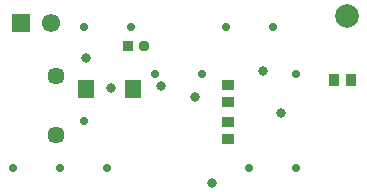
<source format=gbr>
G04*
G04 #@! TF.GenerationSoftware,Altium Limited,Altium Designer,24.6.1 (21)*
G04*
G04 Layer_Color=16711935*
%FSLAX25Y25*%
%MOIN*%
G70*
G04*
G04 #@! TF.SameCoordinates,5512D287-6342-4ABA-9CF6-7DAEAAFA0F20*
G04*
G04*
G04 #@! TF.FilePolarity,Negative*
G04*
G01*
G75*
%ADD21R,0.04134X0.03740*%
%ADD23R,0.03740X0.04134*%
%ADD29C,0.05709*%
%ADD30C,0.03700*%
%ADD31R,0.03700X0.03700*%
%ADD32C,0.06102*%
%ADD33R,0.06102X0.06102*%
%ADD34C,0.03150*%
%ADD35C,0.02800*%
%ADD36C,0.07874*%
%ADD38R,0.05512X0.06457*%
D21*
X402500Y346000D02*
D03*
Y340291D02*
D03*
Y358354D02*
D03*
Y352646D02*
D03*
D23*
X437646Y360000D02*
D03*
X443354D02*
D03*
D29*
X345130Y341721D02*
D03*
Y361405D02*
D03*
D30*
X374512Y371500D02*
D03*
D31*
X369000D02*
D03*
D32*
X343500Y379000D02*
D03*
D33*
X333500D02*
D03*
D34*
X396894Y325894D02*
D03*
X414000Y363000D02*
D03*
X355000Y367500D02*
D03*
X363500Y357500D02*
D03*
X420000Y349000D02*
D03*
X391500Y354500D02*
D03*
X380000Y358000D02*
D03*
D35*
X425197Y362205D02*
D03*
Y330709D02*
D03*
X417323Y377953D02*
D03*
X409449Y330709D02*
D03*
X401575Y377953D02*
D03*
X393701Y362205D02*
D03*
X377953D02*
D03*
X370079Y377953D02*
D03*
X362205Y330709D02*
D03*
X354331Y377953D02*
D03*
Y346457D02*
D03*
X346457Y330709D02*
D03*
X330709D02*
D03*
D36*
X442000Y381500D02*
D03*
D38*
X370866Y357000D02*
D03*
X355000D02*
D03*
M02*

</source>
